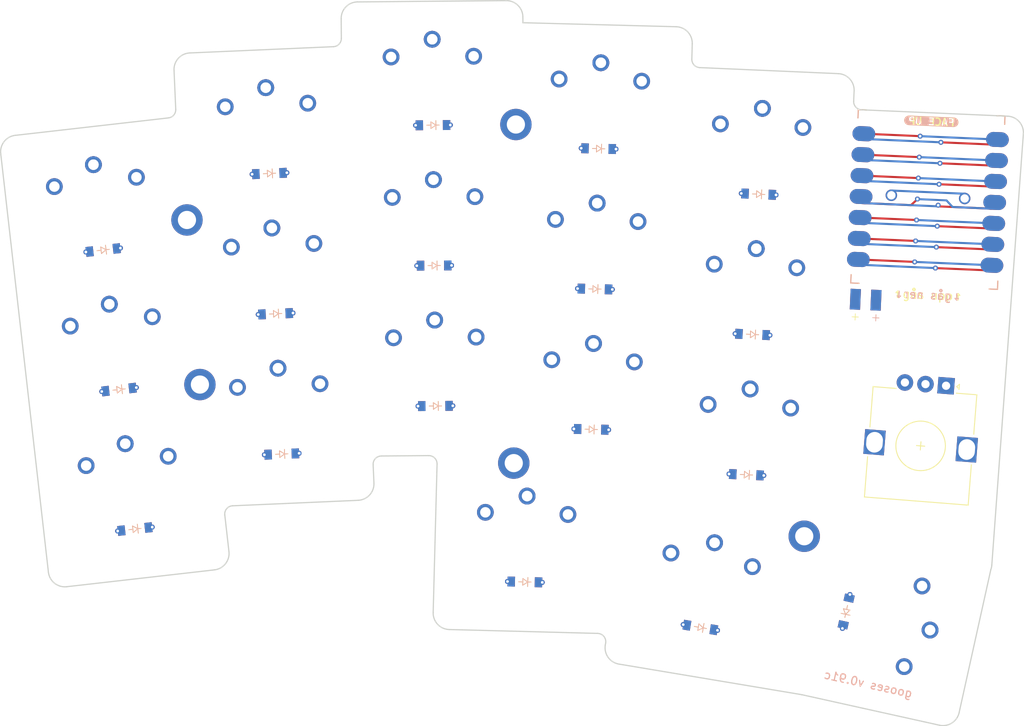
<source format=kicad_pcb>
(kicad_pcb (version 20221018) (generator pcbnew)
  (title_block (title "goose_choc") (rev "v1.0.0") (company "Unknown"))
  (layers (0 "F.Cu" signal) (31 "B.Cu" signal) (34 "B.Paste" user) (35 "F.Paste" user) (36 "B.SilkS" user "B.Silkscreen") (37 "F.SilkS" user "F.Silkscreen") (38 "B.Mask" user) (39 "F.Mask" user) (44 "Edge.Cuts" user))
  (net 0 "")
  (net 1 "C0")
  (net 2 "C0_R2")
  (net 3 "C0_R1")
  (net 4 "C0_R0")
  (net 5 "C1")
  (net 6 "C1_R2")
  (net 7 "C1_R1")
  (net 8 "C1_R0")
  (net 9 "C2")
  (net 10 "C2_R2")
  (net 11 "C2_R1")
  (net 12 "C2_R0")
  (net 13 "C3")
  (net 14 "C3_R2")
  (net 15 "C3_R1")
  (net 16 "C3_R0")
  (net 17 "C4")
  (net 18 "C4_R2")
  (net 19 "C4_R1")
  (net 20 "C4_R0")
  (net 21 "C1_R3")
  (net 22 "C2_R3")
  (net 23 "C3_R3")
  (net 24 "R2")
  (net 25 "R1")
  (net 26 "R0")
  (net 27 "R3")
  (net 28 "ENCA")
  (net 29 "ENCB")
  (net 30 "3V3")
  (net 31 "GND")
  (net 32 "5V")
  (net 33 "BAT+")
  (footprint "mounting_hole" (layer "F.Cu") (at 184.910696 116.851539 4.5)
    (fp_text reference "H1" hide)
    (fp_text value "")
  )
  (footprint "mounting_hole" (layer "F.Cu") (at 186.479065 136.779562 4.5)
    (fp_text reference "H2" hide)
    (fp_text value "")
  )
  (footprint "Diode_SMD:D_SOD-123" (layer "F.Cu") (at 214.694669 105.372379 -179.5)
    (fp_text reference "Di27" hide)
    (fp_text value "" hide)
  )
  (footprint "Goose:PG1350_1U_3D" (layer "F.Cu") (at 254.323222 109.233347 -2.5)
    (fp_text reference "S15" hide)
    (fp_text value "" hide)
  )
  (footprint "Diode_SMD:D_SOD-123" (layer "F.Cu") (at 234.30477 125.209621 178.5)
    (fp_text reference "Di29" hide)
    (fp_text value "" hide)
  )
  (footprint "Diode_SMD:D_SOD-123" (layer "F.Cu") (at 214.991371 139.371085 -179.5)
    (fp_text reference "Di25" hide)
    (fp_text value "" hide)
  )
  (footprint "pads" (layer "F.Cu") (at 267.081929 126.506314 -2.5)
    (fp_text reference "PAD1" hide)
    (fp_text value "")
  )
  (footprint "Goose:PG1350_1U_3D" (layer "F.Cu") (at 252.840163 143.200986 -2.5)
    (fp_text reference "S13" hide)
    (fp_text value "" hide)
  )
  (footprint "Goose:PG1350_1U_3D" (layer "F.Cu") (at 176.178385 132.910408 6.5)
    (fp_text reference "S2" hide)
    (fp_text value "" hide)
  )
  (footprint "mounting_hole" (layer "F.Cu") (at 224.735308 105.294655 -0.5)
    (fp_text reference "H3" hide)
    (fp_text value "")
  )
  (footprint "Diode_SMD:D_SOD-123" (layer "F.Cu") (at 233.859762 142.203795 178.5)
    (fp_text reference "Di28" hide)
    (fp_text value "" hide)
  )
  (footprint "Goose:PG1350_1U_3D" (layer "F.Cu") (at 178.10284 149.801129 6.5)
    (fp_text reference "S1" hide)
    (fp_text value "" hide)
  )
  (footprint "Diode_SMD:D_SOD-123" (layer "F.Cu") (at 214.84302 122.371732 -179.5)
    (fp_text reference "Di26" hide)
    (fp_text value "" hide)
  )
  (footprint "Goose:PG1350_1U_3D" (layer "F.Cu") (at 214.6554 100.872551 0.5)
    (fp_text reference "S9" hide)
    (fp_text value "" hide)
  )
  (footprint "Diode_SMD:D_SOD-123" (layer "F.Cu") (at 194.901511 111.223343 -177.5)
    (fp_text reference "Di24" hide)
    (fp_text value "" hide)
  )
  (footprint "Goose:PG1350_1U_3D" (layer "F.Cu") (at 194.705224 106.727626 2.5)
    (fp_text reference "S6" hide)
    (fp_text value "" hide)
  )
  (footprint "Goose:PG1350_1U_3D" (layer "F.Cu") (at 234.867575 103.716988 -1.5)
    (fp_text reference "S12" hide)
    (fp_text value "" hide)
  )
  (footprint "Goose:RotaryEncoder_Alps_EC12E_Vertical_H20mm_3D" (layer "F.Cu") (at 276.8182 136.922339 -94.5)
    (fp_text reference "ROT1" hide)
    (fp_text value "")
  )
  (footprint "Goose:PG1350_1U_3D" (layer "F.Cu") (at 214.952102 134.871256 0.5)
    (fp_text reference "S7" hide)
    (fp_text value "" hide)
  )
  (footprint "Diode_SMD:D_SOD-123" (layer "F.Cu") (at 174.763345 120.49076 -173.5)
    (fp_text reference "Di21" hide)
    (fp_text value "" hide)
  )
  (footprint "Goose:PG1350_1U_3D" (layer "F.Cu") (at 253.581692 126.217167 -2.5)
    (fp_text reference "S14" hide)
    (fp_text value "" hide)
  )
  (footprint "Goose:PG1350_1U_3D" (layer "F.Cu") (at 225.938439 156.176194 -1.5)
    (fp_text reference "S16" hide)
    (fp_text value "" hide)
  )
  (footprint "mounting_hole" (layer "F.Cu") (at 259.645388 155.143245 81.83333333)
    (fp_text reference "H5" hide)
    (fp_text value "")
  )
  (footprint "Diode_SMD:D_SOD-123" (layer "F.Cu") (at 195.643041 128.207163 -177.5)
    (fp_text reference "Di23" hide)
    (fp_text value "" hide)
  )
  (footprint "Goose:PG1350_1U_3D" (layer "F.Cu") (at 214.803751 117.871903 0.5)
    (fp_text reference "S8" hide)
    (fp_text value "" hide)
  )
  (footprint "Diode_SMD:D_SOD-123" (layer "F.Cu") (at 176.6878 137.381481 -173.5)
    (fp_text reference "Di20" hide)
    (fp_text value "" hide)
  )
  (footprint "Goose:PG1350_1U_3D" (layer "F.Cu") (at 195.446753 123.711446 2.5)
    (fp_text reference "S5" hide)
    (fp_text value "" hide)
  )
  (footprint "Diode_SMD:D_SOD-123" (layer "F.Cu") (at 264.723461 164.251618 77.5)
    (fp_text reference "Di36" hide)
    (fp_text value "" hide)
  )
  (footprint "Goose:PG1350_1U_3D" (layer "F.Cu") (at 174.253931 116.019686 6.5)
    (fp_text reference "S3" hide)
    (fp_text value "" hide)
  )
  (footprint "Diode_SMD:D_SOD-123" (layer "F.Cu") (at 247.069359 166.187346 170.5)
    (fp_text reference "Di35" hide)
    (fp_text value "" hide)
  )
  (footprint "Diode_SMD:D_SOD-123" (layer "F.Cu") (at 253.385405 130.712884 177.5)
    (fp_text reference "Di32" hide)
    (fp_text value "" hide)
  )
  (footprint "Diode_SMD:D_SOD-123" (layer "F.Cu") (at 254.126935 113.729064 177.5)
    (fp_text reference "Di33" hide)
    (fp_text value "" hide)
  )
  (footprint "Goose:PG1350_1U_3D" (layer "F.Cu") (at 234.422566 120.711163 -1.5)
    (fp_text reference "S11" hide)
    (fp_text value "" hide)
  )
  (footprint "Goose:PG1350_1U_3D" (layer "F.Cu") (at 269.116793 165.225596 -102.5)
    (fp_text reference "S18" hide)
    (fp_text value "" hide)
  )
  (footprint "Diode_SMD:D_SOD-123" (layer "F.Cu") (at 225.820642 160.674652 178.5)
    (fp_text reference "Di34" hide)
    (fp_text value "" hide)
  )
  (footprint "Goose:PG1350_1U_3D" (layer "F.Cu") (at 196.188283 140.695265 2.5)
    (fp_text reference "S4" hide)
    (fp_text value "" hide)
  )
  (footprint "Diode_SMD:D_SOD-123" (layer "F.Cu") (at 178.612254 154.272203 -173.5)
    (fp_text reference "Di19" hide)
    (fp_text value "" hide)
  )
  (footprint "Diode_SMD:D_SOD-123" (layer "F.Cu") (at 196.38457 145.190982 -177.5)
    (fp_text reference "Di22" hide)
    (fp_text value "" hide)
  )
  (footprint "Goose:PG1350_1U_3D" (layer "F.Cu") (at 247.812074 161.749061 -9.5)
    (fp_text reference "S17" hide)
    (fp_text value "" hide)
  )
  (footprint "Goose:PG1350_1U_3D" (layer "F.Cu") (at 233.977558 137.705337 -1.5)
    (fp_text reference "S10" hide)
    (fp_text value "" hide)
  )
  (footprint "Diode_SMD:D_SOD-123" (layer "F.Cu") (at 234.749778 108.215446 178.5)
    (fp_text reference "Di30" hide)
    (fp_text value "" hide)
  )
  (footprint "Diode_SMD:D_SOD-123" (layer "F.Cu") (at 252.643875 147.696703 177.5)
    (fp_text reference "Di31" hide)
    (fp_text value "" hide)
  )
  (footprint "Goose:xiao-reversible-smd" (layer "F.Cu") (at 274.618328 114.373499 -2.5)
    (fp_text reference "MCU1" hide)
    (fp_text value "" hide)
  )
  (footprint "mounting_hole" (layer "F.Cu") (at 224.477561 146.288789 -0.5)
    (fp_text reference "H4" hide)
    (fp_text value "")
  )
  (footprint "Diode_SMD:D_SOD-123" (layer "B.Cu") (at 252.643875 147.696703 177.5)
    (fp_text reference "Di13" hide)
    (fp_text value "" hide)
  )
  (footprint "Diode_SMD:D_SOD-123" (layer "B.Cu") (at 214.991371 139.371085 -179.5)
    (fp_text reference "Di7" hide)
    (fp_text value "" hide)
  )
  (footprint "Diode_SMD:D_SOD-123" (layer "B.Cu") (at 176.6878 137.381481 -173.5)
    (fp_text reference "Di2" hide)
    (fp_text value "" hide)
  )
  (footprint "Diode_SMD:D_SOD-123" (layer "B.Cu") (at 234.749778 108.215446 178.5)
    (fp_text reference "Di12" hide)
    (fp_text value "" hide)
  )
  (footprint "Diode_SMD:D_SOD-123" (layer "B.Cu") (at 234.30477 125.209621 178.5)
    (fp_text reference "Di11" hide)
    (fp_text value "" hide)
  )
  (footprint "Diode_SMD:D_SOD-123" (layer "B.Cu") (at 247.069359 166.187346 170.5)
    (fp_text reference "Di17" hide)
    (fp_text value "" hide)
  )
  (footprint "Diode_SMD:D_SOD-123" (layer "B.Cu") (at 194.901511 111.223343 -177.5)
    (fp_text reference "Di6" hide)
    (fp_text value "" hide)
  )
  (footprint "Diode_SMD:D_SOD-123" (layer "B.Cu") (at 196.38457 145.190982 -177.5)
    (fp_text reference "Di4" hide)
    (fp_text value "" hide)
  )
  (footprint "Diode_SMD:D_SOD-123" (layer "B.Cu") (at 225.820642 160.674652 178.5)
    (fp_text reference "Di16" hide)
    (fp_text value "" hide)
  )
  (footprint "Diode_SMD:D_SOD-123" (layer "B.Cu") (at 178.612254 154.272203 -173.5)
    (fp_text reference "Di1" hide)
    (fp_text value "" hide)
  )
  (footprint "Diode_SMD:D_SOD-123" (layer "B.Cu") (at 264.723461 164.251618 77.5)
    (fp_text reference "Di18" hide)
    (fp_text value "" hide)
  )
  (footprint "Diode_SMD:D_SOD-123" (layer "B.Cu") (at 233.859762 142.203795 178.5)
    (fp_text reference "Di10" hide)
    (fp_text value "" hide)
  )
  (footprint "Diode_SMD:D_SOD-123" (layer "B.Cu") (at 214.84302 122.371732 -179.5)
    (fp_text reference "Di8" hide)
    (fp_text value "" hide)
  )
  (footprint "Diode_SMD:D_SOD-123" (layer "B.Cu") (at 253.385405 130.712884 177.5)
    (fp_text reference "Di14" hide)
    (fp_text value "" hide)
  )
  (footprint "Diode_SMD:D_SOD-123" (layer "B.Cu") (at 195.643041 128.207163 -177.5)
    (fp_text reference "Di5" hide)
    (fp_text value "" hide)
  )
  (footprint "Diode_SMD:D_SOD-123" (layer "B.Cu") (at 254.126935 113.729064 177.5)
    (fp_text reference "Di15" hide)
    (fp_text value "" hide)
  )
  (footprint "Diode_SMD:D_SOD-123" (layer "B.Cu") (at 174.763345 120.49076 -173.5)
    (fp_text reference "Di3" hide)
    (fp_text value "" hide)
  )
  (footprint "Diode_SMD:D_SOD-123" (layer "B.Cu") (at 214.694669 105.372379 -179.5)
    (fp_text reference "Di9" hide)
    (fp_text value "" hide)
  )
  (gr_line (start 266.584422 103.512728) (end 284.267575 104.284791) (stroke (width 0.15)) (layer "Edge.Cuts"))
  (gr_arc (start 189.489312 152.568527) (mid 189.722478 151.805876) (end 190.439265 151.456276) (stroke (width 0.15)) (layer "Edge.Cuts"))
  (gr_line (start 225.586857 92.970365) (end 244.139348 93.456179) (stroke (width 0.15)) (layer "Edge.Cuts"))
  (gr_arc (start 214.182165 145.378375) (mid 214.904142 145.677428) (end 215.190548 146.404514) (stroke (width 0.15)) (layer "Edge.Cuts"))
  (gr_line (start 278.39624 176.501316) (end 282.231088 159.203435) (stroke (width 0.15)) (layer "Edge.Cuts"))
  (gr_line (start 246.037335 97.37809) (end 246.086293 95.50848) (stroke (width 0.15)) (layer "Edge.Cuts"))
  (gr_line (start 223.563429 90.294412) (end 205.564114 90.451489) (stroke (width 0.15)) (layer "Edge.Cuts"))
  (gr_arc (start 234.640847 166.907674) (mid 235.386296 167.271253) (end 235.600957 168.072379) (stroke (width 0.15)) (layer "Edge.Cuts"))
  (gr_arc (start 183.551907 103.456122) (mid 183.313265 104.149189) (end 182.666062 104.493313) (stroke (width 0.15)) (layer "Edge.Cuts"))
  (gr_arc (start 263.77266 99.135915) (mid 265.159976 99.782831) (end 265.683517 101.22125) (stroke (width 0.15)) (layer "Edge.Cuts"))
  (gr_arc (start 244.139348 93.45618) (mid 245.537743 94.078785) (end 246.086309 95.507847) (stroke (width 0.15)) (layer "Edge.Cuts"))
  (gr_line (start 214.942208 155.888248) (end 214.719704 164.385335) (stroke (width 0.15)) (layer "Edge.Cuts"))
  (gr_arc (start 203.602538 94.863138) (mid 203.32795 95.560219) (end 202.646195 95.870912) (stroke (width 0.15)) (layer "Edge.Cuts"))
  (gr_arc (start 246.993373 98.403315) (mid 246.305639 98.086265) (end 246.037335 97.37809) (stroke (width 0.15)) (layer "Edge.Cuts"))
  (gr_line (start 183.344929 98.715529) (end 183.551907 103.456122) (stroke (width 0.15)) (layer "Edge.Cuts"))
  (gr_arc (start 203.581643 92.468866) (mid 204.155066 91.049594) (end 205.564114 90.451489) (stroke (width 0.15)) (layer "Edge.Cuts"))
  (gr_line (start 203.581643 92.468866) (end 203.602538 94.863137) (stroke (width 0.15)) (layer "Edge.Cuts"))
  (gr_line (start 237.202503 170.619631) (end 259.295215 174.316684) (stroke (width 0.15)) (layer "Edge.Cuts"))
  (gr_line (start 208.441304 145.428474) (end 214.182165 145.378375) (stroke (width 0.15)) (layer "Edge.Cuts"))
  (gr_line (start 286.175002 106.428859) (end 282.353753 158.645409) (stroke (width 0.15)) (layer "Edge.Cuts"))
  (gr_line (start 189.994358 157.001255) (end 189.489312 152.568528) (stroke (width 0.15)) (layer "Edge.Cuts"))
  (gr_arc (start 183.344929 98.715529) (mid 183.86847 97.27711) (end 185.255786 96.630194) (stroke (width 0.15)) (layer "Edge.Cuts"))
  (gr_arc (start 284.267574 104.284792) (mid 285.674604 104.953542) (end 286.175002 106.428859) (stroke (width 0.15)) (layer "Edge.Cuts"))
  (gr_line (start 207.548578 148.707362) (end 207.450982 146.472056) (stroke (width 0.15)) (layer "Edge.Cuts"))
  (gr_line (start 215.164712 147.391161) (end 214.942208 155.888248) (stroke (width 0.15)) (layer "Edge.Cuts"))
  (gr_arc (start 162.362413 108.819562) (mid 162.78434 107.348126) (end 164.12315 106.606011) (stroke (width 0.15)) (layer "Edge.Cuts"))
  (gr_line (start 216.666665 166.437004) (end 234.640848 166.907674) (stroke (width 0.15)) (layer "Edge.Cuts"))
  (gr_arc (start 278.39624 176.501316) (mid 277.518247 177.75522) (end 276.010769 178.021029) (stroke (width 0.15)) (layer "Edge.Cuts"))
  (gr_arc (start 207.450983 146.472056) (mid 207.724656 145.740082) (end 208.441304 145.428474) (stroke (width 0.15)) (layer "Edge.Cuts"))
  (gr_line (start 246.993373 98.403315) (end 263.772659 99.135915) (stroke (width 0.15)) (layer "Edge.Cuts"))
  (gr_line (start 170.349327 161.252463) (end 188.23362 159.214805) (stroke (width 0.15)) (layer "Edge.Cuts"))
  (gr_line (start 185.255786 96.630194) (end 202.646195 95.870912) (stroke (width 0.15)) (layer "Edge.Cuts"))
  (gr_arc (start 189.994358 157.001255) (mid 189.57243 158.472691) (end 188.23362 159.214805) (stroke (width 0.15)) (layer "Edge.Cuts"))
  (gr_line (start 265.628993 102.47006) (end 265.683517 101.22125) (stroke (width 0.15)) (layer "Edge.Cuts"))
  (gr_arc (start 282.353753 158.645409) (mid 282.31245 158.928825) (end 282.231088 159.203435) (stroke (width 0.15)) (layer "Edge.Cuts"))
  (gr_arc (start 223.563429 90.294411) (mid 224.982701 90.867834) (end 225.580806 92.276882) (stroke (width 0.15)) (layer "Edge.Cuts"))
  (gr_line (start 164.12315 106.606011) (end 182.666062 104.493313) (stroke (width 0.15)) (layer "Edge.Cuts"))
  (gr_arc (start 259.295215 174.316683) (mid 259.320976 174.321341) (end 259.346607 174.326673) (stroke (width 0.15)) (layer "Edge.Cuts"))
  (gr_arc (start 216.666665 166.437004) (mid 215.26827 165.814398) (end 214.719704 164.385335) (stroke (width 0.15)) (layer "Edge.Cuts"))
  (gr_line (start 235.600957 168.072379) (end 235.560027 168.316965) (stroke (width 0.15)) (layer "Edge.Cuts"))
  (gr_line (start 215.164712 147.391161) (end 215.190548 146.404514) (stroke (width 0.15)) (layer "Edge.Cuts"))
  (gr_arc (start 237.202503 170.619631) (mid 235.904367 169.808466) (end 235.560027 168.316965) (stroke (width 0.15)) (layer "Edge.Cuts"))
  (gr_line (start 190.439265 151.456276) (end 205.63772 150.792697) (stroke (width 0.15)) (layer "Edge.Cuts"))
  (gr_line (start 259.346607 174.326673) (end 266.735957 175.964853) (stroke (width 0.15)) (layer "Edge.Cuts"))
  (gr_arc (start 266.584421 103.512728) (mid 265.890763 103.18927) (end 265.628993 102.47006) (stroke (width 0.15)) (layer "Edge.Cuts"))
  (gr_line (start 162.362413 108.819561) (end 168.135777 159.491726) (stroke (width 0.15)) (layer "Edge.Cuts"))
  (gr_arc (start 207.548578 148.707363) (mid 207.025036 150.145782) (end 205.63772 150.792697) (stroke (width 0.15)) (layer "Edge.Cuts"))
  (gr_line (start 266.735957 175.964852) (end 276.010769 178.021029) (stroke (width 0.15)) (layer "Edge.Cuts"))
  (gr_line (start 225.586857 92.970365) (end 225.580806 92.276882) (stroke (width 0.15)) (layer "Edge.Cuts"))
  (gr_arc (start 170.349328 161.252463) (mid 168.877892 160.830536) (end 168.135777 159.491726) (stroke (width 0.15)) (layer "Edge.Cuts"))
  (gr_text "↓gås ner↓" (at 274.614048 125.934316 -2.5) (layer "B.SilkS") (effects (font (size 1 1)) (justify mirror)))
  (gr_text "gooses v0.91c" (at 267.385276 173.035964 347.5) (layer "B.SilkS") (effects (font (size 1 1)) (justify mirror)))
  (gr_text "↑gås upp↑" (at 274.614048 125.934316 -2.5) (layer "F.SilkS") (effects (font (size 1 1))))
)
</source>
